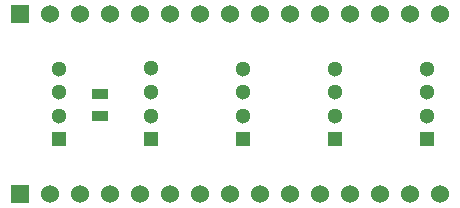
<source format=gbs>
G04 (created by PCBNEW (2013-may-18)-stable) date Mon 21 Sep 2015 01:58:13 PM CST*
%MOIN*%
G04 Gerber Fmt 3.4, Leading zero omitted, Abs format*
%FSLAX34Y34*%
G01*
G70*
G90*
G04 APERTURE LIST*
%ADD10C,0.00590551*%
%ADD11R,0.0511811X0.0511811*%
%ADD12C,0.0511811*%
%ADD13R,0.06X0.06*%
%ADD14C,0.06*%
%ADD15R,0.055X0.035*%
G04 APERTURE END LIST*
G54D10*
G54D11*
X56417Y-43543D03*
G54D12*
X56417Y-42755D03*
X56417Y-41968D03*
X56417Y-41181D03*
G54D11*
X53346Y-43551D03*
G54D12*
X53346Y-42763D03*
X53346Y-41976D03*
X53346Y-41188D03*
G54D11*
X65629Y-43551D03*
G54D12*
X65629Y-42763D03*
X65629Y-41976D03*
X65629Y-41188D03*
G54D13*
X52055Y-39370D03*
G54D14*
X53055Y-39370D03*
X54055Y-39370D03*
X55055Y-39370D03*
X56055Y-39370D03*
X57055Y-39370D03*
X58055Y-39370D03*
X59055Y-39370D03*
X60055Y-39370D03*
X61055Y-39370D03*
X62055Y-39370D03*
X63055Y-39370D03*
X64055Y-39370D03*
X65055Y-39370D03*
X66055Y-39370D03*
G54D13*
X52055Y-45370D03*
G54D14*
X53055Y-45370D03*
X54055Y-45370D03*
X55055Y-45370D03*
X56055Y-45370D03*
X57055Y-45370D03*
X58055Y-45370D03*
X59055Y-45370D03*
X60055Y-45370D03*
X61055Y-45370D03*
X62055Y-45370D03*
X63055Y-45370D03*
X64055Y-45370D03*
X65055Y-45370D03*
X66055Y-45370D03*
G54D11*
X62559Y-43551D03*
G54D12*
X62559Y-42763D03*
X62559Y-41976D03*
X62559Y-41188D03*
G54D11*
X59488Y-43551D03*
G54D12*
X59488Y-42763D03*
X59488Y-41976D03*
X59488Y-41188D03*
G54D15*
X54724Y-42776D03*
X54724Y-42026D03*
M02*

</source>
